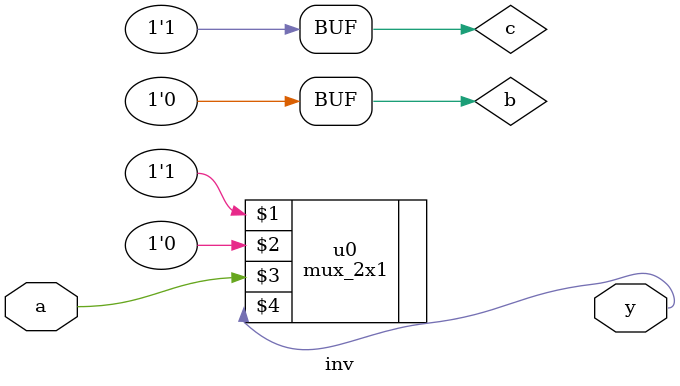
<source format=v>
`include "mux_2x1.v" 
module inv(a,y);
input a;
wire b,c;
output y;
// mux_2x1(i0, i1, sel, y);

assign c=a|(~a); //c=1
assign b=a&(~a); //b=0

mux_2x1 u0(c,b,a,y);

endmodule

</source>
